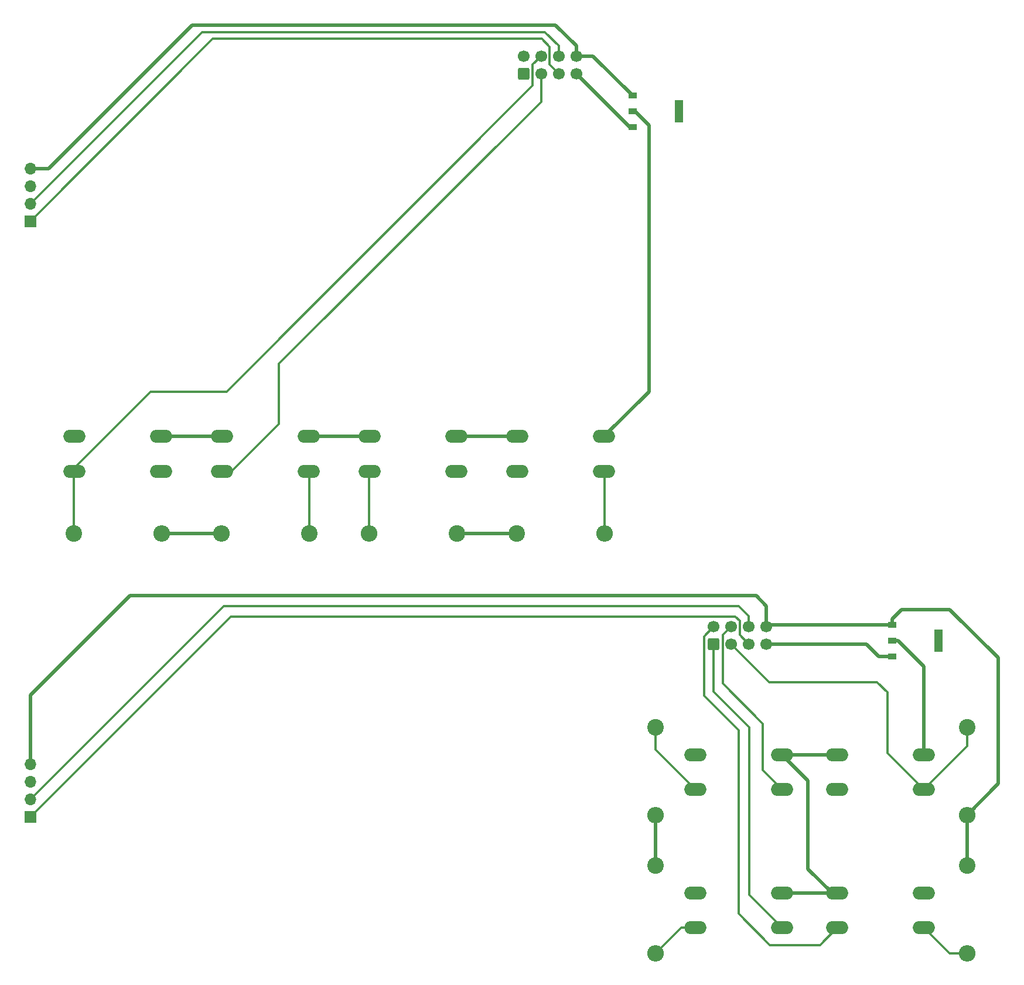
<source format=gbr>
%TF.GenerationSoftware,KiCad,Pcbnew,8.0.1*%
%TF.CreationDate,2024-04-25T15:56:31+03:00*%
%TF.ProjectId,Modul_Lcd_Butoane,4d6f6475-6c5f-44c6-9364-5f4275746f61,V1*%
%TF.SameCoordinates,Original*%
%TF.FileFunction,Copper,L1,Top*%
%TF.FilePolarity,Positive*%
%FSLAX46Y46*%
G04 Gerber Fmt 4.6, Leading zero omitted, Abs format (unit mm)*
G04 Created by KiCad (PCBNEW 8.0.1) date 2024-04-25 15:56:31*
%MOMM*%
%LPD*%
G01*
G04 APERTURE LIST*
G04 Aperture macros list*
%AMRoundRect*
0 Rectangle with rounded corners*
0 $1 Rounding radius*
0 $2 $3 $4 $5 $6 $7 $8 $9 X,Y pos of 4 corners*
0 Add a 4 corners polygon primitive as box body*
4,1,4,$2,$3,$4,$5,$6,$7,$8,$9,$2,$3,0*
0 Add four circle primitives for the rounded corners*
1,1,$1+$1,$2,$3*
1,1,$1+$1,$4,$5*
1,1,$1+$1,$6,$7*
1,1,$1+$1,$8,$9*
0 Add four rect primitives between the rounded corners*
20,1,$1+$1,$2,$3,$4,$5,0*
20,1,$1+$1,$4,$5,$6,$7,0*
20,1,$1+$1,$6,$7,$8,$9,0*
20,1,$1+$1,$8,$9,$2,$3,0*%
G04 Aperture macros list end*
%TA.AperFunction,ComponentPad*%
%ADD10O,3.200000X1.900000*%
%TD*%
%TA.AperFunction,ComponentPad*%
%ADD11C,2.400000*%
%TD*%
%TA.AperFunction,ComponentPad*%
%ADD12O,2.400000X2.400000*%
%TD*%
%TA.AperFunction,ComponentPad*%
%ADD13R,1.700000X1.700000*%
%TD*%
%TA.AperFunction,ComponentPad*%
%ADD14O,1.700000X1.700000*%
%TD*%
%TA.AperFunction,ComponentPad*%
%ADD15RoundRect,0.250000X0.600000X-0.600000X0.600000X0.600000X-0.600000X0.600000X-0.600000X-0.600000X0*%
%TD*%
%TA.AperFunction,ComponentPad*%
%ADD16C,1.700000*%
%TD*%
%TA.AperFunction,SMDPad,CuDef*%
%ADD17R,1.300000X0.950000*%
%TD*%
%TA.AperFunction,SMDPad,CuDef*%
%ADD18R,1.300000X3.250000*%
%TD*%
%TA.AperFunction,Conductor*%
%ADD19C,0.300000*%
%TD*%
%TA.AperFunction,Conductor*%
%ADD20C,0.500000*%
%TD*%
G04 APERTURE END LIST*
D10*
%TO.P,SW14,1,1*%
%TO.N,+3.3Vout*%
X33500000Y-103500000D03*
X46000000Y-103500000D03*
%TO.P,SW14,2,2*%
%TO.N,DECREMENT*%
X33500000Y-108500000D03*
X46000000Y-108500000D03*
%TD*%
%TO.P,SW13,1,1*%
%TO.N,+3.3Vout*%
X54833333Y-103500000D03*
X67333333Y-103500000D03*
%TO.P,SW13,2,2*%
%TO.N,INCREMENT*%
X54833333Y-108500000D03*
X67333333Y-108500000D03*
%TD*%
%TO.P,SW12,2,2*%
%TO.N,RIGHT*%
X110000000Y-108500000D03*
X97500000Y-108500000D03*
%TO.P,SW12,1,1*%
%TO.N,+3.3Vout*%
X110000000Y-103500000D03*
X97500000Y-103500000D03*
%TD*%
%TO.P,SW11,1,1*%
%TO.N,+3.3Vout*%
X76166666Y-103500000D03*
X88666666Y-103500000D03*
%TO.P,SW11,2,2*%
%TO.N,LEFT*%
X76166666Y-108500000D03*
X88666666Y-108500000D03*
%TD*%
D11*
%TO.P,R14,1*%
%TO.N,DECREMENT*%
X33400000Y-117500000D03*
D12*
%TO.P,R14,2*%
%TO.N,GND*%
X46100000Y-117500000D03*
%TD*%
%TO.P,R13,2*%
%TO.N,GND*%
X54733333Y-117500000D03*
D11*
%TO.P,R13,1*%
%TO.N,INCREMENT*%
X67433333Y-117500000D03*
%TD*%
D12*
%TO.P,R12,2*%
%TO.N,RIGHT*%
X110100000Y-117500000D03*
D11*
%TO.P,R12,1*%
%TO.N,GND*%
X97400000Y-117500000D03*
%TD*%
D12*
%TO.P,R11,2*%
%TO.N,LEFT*%
X76066666Y-117500000D03*
D11*
%TO.P,R11,1*%
%TO.N,GND*%
X88766666Y-117500000D03*
%TD*%
D13*
%TO.P,J12,1,Pin_1*%
%TO.N,SCL*%
X27100000Y-72350000D03*
D14*
%TO.P,J12,2,Pin_2*%
%TO.N,SDA*%
X27100000Y-69810000D03*
%TO.P,J12,3,Pin_3*%
%TO.N,+5V*%
X27100000Y-67270000D03*
%TO.P,J12,4,Pin_4*%
%TO.N,GND*%
X27100000Y-64730000D03*
%TD*%
D15*
%TO.P,J11,1,Pin_1*%
%TO.N,LEFT*%
X98380000Y-51040000D03*
D16*
%TO.P,J11,2,Pin_2*%
%TO.N,RIGHT*%
X98380000Y-48500000D03*
%TO.P,J11,3,Pin_3*%
%TO.N,INCREMENT*%
X100920000Y-51040000D03*
%TO.P,J11,4,Pin_4*%
%TO.N,DECREMENT*%
X100920000Y-48500000D03*
%TO.P,J11,5,Pin_5*%
%TO.N,SCL*%
X103460000Y-51040000D03*
%TO.P,J11,6,Pin_6*%
%TO.N,SDA*%
X103460000Y-48500000D03*
%TO.P,J11,7,Pin_7*%
%TO.N,+5V*%
X106000000Y-51040000D03*
%TO.P,J11,8,Pin_8*%
%TO.N,GND*%
X106000000Y-48500000D03*
%TD*%
D14*
%TO.P,J2,4,Pin_4*%
%TO.N,GND*%
X27100000Y-150880000D03*
%TO.P,J2,3,Pin_3*%
%TO.N,+5V*%
X27100000Y-153420000D03*
%TO.P,J2,2,Pin_2*%
%TO.N,SDA*%
X27100000Y-155960000D03*
D13*
%TO.P,J2,1,Pin_1*%
%TO.N,SCL*%
X27100000Y-158500000D03*
%TD*%
D17*
%TO.P,IC11,1,GROUND/ADJUST*%
%TO.N,GND*%
X114150000Y-54210000D03*
%TO.P,IC11,2,VOUT_1*%
%TO.N,+3.3Vout*%
X114150000Y-56500000D03*
%TO.P,IC11,3,VIN*%
%TO.N,+5V*%
X114150000Y-58790000D03*
D18*
%TO.P,IC11,4,VOUT_2*%
%TO.N,unconnected-(IC11-VOUT_2-Pad4)*%
X120850000Y-56500000D03*
%TD*%
D17*
%TO.P,IC1,1,GROUND/ADJUST*%
%TO.N,GND*%
X151650000Y-130710000D03*
%TO.P,IC1,2,VOUT_1*%
%TO.N,+3.3Vout*%
X151650000Y-133000000D03*
%TO.P,IC1,3,VIN*%
%TO.N,+5V*%
X151650000Y-135290000D03*
D18*
%TO.P,IC1,4,VOUT_2*%
%TO.N,unconnected-(IC1-VOUT_2-Pad4)*%
X158350000Y-133000000D03*
%TD*%
D10*
%TO.P,SW4,1,1*%
%TO.N,+3.3Vout*%
X123250000Y-149500000D03*
X135750000Y-149500000D03*
%TO.P,SW4,2,2*%
%TO.N,DECREMENT*%
X123250000Y-154500000D03*
X135750000Y-154500000D03*
%TD*%
%TO.P,SW3,1,1*%
%TO.N,+3.3Vout*%
X143750000Y-149500000D03*
X156250000Y-149500000D03*
%TO.P,SW3,2,2*%
%TO.N,INCREMENT*%
X143750000Y-154500000D03*
X156250000Y-154500000D03*
%TD*%
%TO.P,SW2,1,1*%
%TO.N,+3.3Vout*%
X143750000Y-169500000D03*
X156250000Y-169500000D03*
%TO.P,SW2,2,2*%
%TO.N,RIGHT*%
X143750000Y-174500000D03*
X156250000Y-174500000D03*
%TD*%
%TO.P,SW1,1,1*%
%TO.N,+3.3Vout*%
X123250000Y-169500000D03*
X135750000Y-169500000D03*
%TO.P,SW1,2,2*%
%TO.N,LEFT*%
X123250000Y-174500000D03*
X135750000Y-174500000D03*
%TD*%
D11*
%TO.P,R4,1*%
%TO.N,DECREMENT*%
X117500000Y-145500000D03*
D12*
%TO.P,R4,2*%
%TO.N,GND*%
X117500000Y-158200000D03*
%TD*%
D11*
%TO.P,R3,1*%
%TO.N,INCREMENT*%
X162500000Y-145500000D03*
D12*
%TO.P,R3,2*%
%TO.N,GND*%
X162500000Y-158200000D03*
%TD*%
D11*
%TO.P,R2,1*%
%TO.N,GND*%
X162500000Y-165500000D03*
D12*
%TO.P,R2,2*%
%TO.N,RIGHT*%
X162500000Y-178200000D03*
%TD*%
D11*
%TO.P,R1,1*%
%TO.N,GND*%
X117500000Y-165500000D03*
D12*
%TO.P,R1,2*%
%TO.N,LEFT*%
X117500000Y-178200000D03*
%TD*%
D15*
%TO.P,J1,1,Pin_1*%
%TO.N,LEFT*%
X125880000Y-133540000D03*
D16*
%TO.P,J1,2,Pin_2*%
%TO.N,RIGHT*%
X125880000Y-131000000D03*
%TO.P,J1,3,Pin_3*%
%TO.N,INCREMENT*%
X128420000Y-133540000D03*
%TO.P,J1,4,Pin_4*%
%TO.N,DECREMENT*%
X128420000Y-131000000D03*
%TO.P,J1,5,Pin_5*%
%TO.N,SCL*%
X130960000Y-133540000D03*
%TO.P,J1,6,Pin_6*%
%TO.N,SDA*%
X130960000Y-131000000D03*
%TO.P,J1,7,Pin_7*%
%TO.N,+5V*%
X133500000Y-133540000D03*
%TO.P,J1,8,Pin_8*%
%TO.N,GND*%
X133500000Y-131000000D03*
%TD*%
D19*
%TO.N,DECREMENT*%
X33500000Y-108000000D02*
X33500000Y-108500000D01*
X44500000Y-97000000D02*
X33500000Y-108000000D01*
X99720000Y-49700000D02*
X99720000Y-52780000D01*
X99720000Y-52780000D02*
X55500000Y-97000000D01*
X100920000Y-48500000D02*
X99720000Y-49700000D01*
X55500000Y-97000000D02*
X44500000Y-97000000D01*
%TO.N,INCREMENT*%
X63000000Y-101655145D02*
X56155145Y-108500000D01*
X63000000Y-93000000D02*
X63000000Y-101655145D01*
X100920000Y-55080000D02*
X63000000Y-93000000D01*
X56155145Y-108500000D02*
X54833333Y-108500000D01*
X100920000Y-51040000D02*
X100920000Y-55080000D01*
%TO.N,DECREMENT*%
X33400000Y-108600000D02*
X33500000Y-108500000D01*
X33400000Y-117500000D02*
X33400000Y-108600000D01*
%TO.N,INCREMENT*%
X67433333Y-108600000D02*
X67333333Y-108500000D01*
X67433333Y-117500000D02*
X67433333Y-108600000D01*
%TO.N,LEFT*%
X76066666Y-108600000D02*
X76166666Y-108500000D01*
X76066666Y-117500000D02*
X76066666Y-108600000D01*
%TO.N,RIGHT*%
X110100000Y-108600000D02*
X110000000Y-108500000D01*
X110100000Y-117500000D02*
X110100000Y-108600000D01*
D20*
%TO.N,GND*%
X88766666Y-117500000D02*
X97400000Y-117500000D01*
X46100000Y-117500000D02*
X54733333Y-117500000D01*
%TO.N,+3.3Vout*%
X46000000Y-103500000D02*
X54833333Y-103500000D01*
X76166666Y-103500000D02*
X67333333Y-103500000D01*
X97500000Y-103500000D02*
X88666666Y-103500000D01*
%TO.N,GND*%
X50500000Y-44000000D02*
X29770000Y-64730000D01*
X29770000Y-64730000D02*
X27100000Y-64730000D01*
X103000000Y-44000000D02*
X50500000Y-44000000D01*
X106000000Y-47000000D02*
X103000000Y-44000000D01*
X106000000Y-48500000D02*
X106000000Y-47000000D01*
D19*
%TO.N,SDA*%
X51910000Y-45000000D02*
X27100000Y-69810000D01*
X101500000Y-45000000D02*
X51910000Y-45000000D01*
X103500000Y-47000000D02*
X101500000Y-45000000D01*
X103460000Y-47040000D02*
X103500000Y-47000000D01*
X103460000Y-48500000D02*
X103460000Y-47040000D01*
%TO.N,SCL*%
X53450000Y-46000000D02*
X27100000Y-72350000D01*
X101000000Y-46000000D02*
X53450000Y-46000000D01*
X102120000Y-47120000D02*
X101000000Y-46000000D01*
X102120000Y-49700000D02*
X102120000Y-47120000D01*
X103460000Y-51040000D02*
X102120000Y-49700000D01*
D20*
%TO.N,+3.3Vout*%
X114500000Y-56500000D02*
X116500000Y-58500000D01*
X114150000Y-56500000D02*
X114500000Y-56500000D01*
X116500000Y-97000000D02*
X116500000Y-58500000D01*
X110000000Y-103500000D02*
X116500000Y-97000000D01*
%TO.N,+5V*%
X113750000Y-58790000D02*
X106000000Y-51040000D01*
X114150000Y-58790000D02*
X113750000Y-58790000D01*
%TO.N,GND*%
X106000000Y-48500000D02*
X108440000Y-48500000D01*
X108440000Y-48500000D02*
X114150000Y-54210000D01*
D19*
%TO.N,SDA*%
X129500000Y-128000000D02*
X55060000Y-128000000D01*
X130960000Y-129460000D02*
X129500000Y-128000000D01*
X130960000Y-131000000D02*
X130960000Y-129460000D01*
X55060000Y-128000000D02*
X27100000Y-155960000D01*
%TO.N,SCL*%
X56100000Y-129500000D02*
X27100000Y-158500000D01*
X129000000Y-129500000D02*
X56100000Y-129500000D01*
X129620000Y-130120000D02*
X129000000Y-129500000D01*
X130960000Y-133540000D02*
X129620000Y-132200000D01*
X129620000Y-132200000D02*
X129620000Y-130120000D01*
D20*
%TO.N,GND*%
X41500000Y-126500000D02*
X27100000Y-140900000D01*
X27100000Y-140900000D02*
X27100000Y-142100000D01*
X132000000Y-126500000D02*
X41500000Y-126500000D01*
X133500000Y-128000000D02*
X132000000Y-126500000D01*
X133500000Y-131000000D02*
X133500000Y-128000000D01*
X27100000Y-142100000D02*
X27100000Y-150880000D01*
D19*
%TO.N,DECREMENT*%
X117500000Y-148750000D02*
X117500000Y-145500000D01*
X123250000Y-154500000D02*
X117500000Y-148750000D01*
%TO.N,LEFT*%
X123250000Y-174500000D02*
X121200000Y-174500000D01*
X121200000Y-174500000D02*
X117500000Y-178200000D01*
%TO.N,RIGHT*%
X124500000Y-141000000D02*
X124500000Y-132380000D01*
X129500000Y-172500000D02*
X129500000Y-146000000D01*
X134000000Y-177000000D02*
X129500000Y-172500000D01*
X129500000Y-146000000D02*
X124500000Y-141000000D01*
X141250000Y-177000000D02*
X134000000Y-177000000D01*
X124500000Y-132380000D02*
X125880000Y-131000000D01*
X143750000Y-174500000D02*
X141250000Y-177000000D01*
%TO.N,LEFT*%
X131000000Y-169750000D02*
X135750000Y-174500000D01*
X131000000Y-145500000D02*
X131000000Y-169750000D01*
X125880000Y-140380000D02*
X131000000Y-145500000D01*
X125880000Y-133540000D02*
X125880000Y-140380000D01*
D20*
%TO.N,GND*%
X117500000Y-165500000D02*
X117500000Y-158200000D01*
D19*
%TO.N,RIGHT*%
X159950000Y-178200000D02*
X156250000Y-174500000D01*
X162500000Y-178200000D02*
X159950000Y-178200000D01*
D20*
%TO.N,GND*%
X162500000Y-165500000D02*
X162500000Y-158200000D01*
D19*
%TO.N,DECREMENT*%
X133000000Y-151750000D02*
X135750000Y-154500000D01*
X133000000Y-145000000D02*
X133000000Y-151750000D01*
X127220000Y-139220000D02*
X133000000Y-145000000D01*
X127220000Y-132200000D02*
X127220000Y-139220000D01*
X128420000Y-131000000D02*
X127220000Y-132200000D01*
D20*
%TO.N,+3.3Vout*%
X143750000Y-169500000D02*
X135750000Y-169500000D01*
X143000000Y-169500000D02*
X143750000Y-169500000D01*
X139500000Y-166000000D02*
X143000000Y-169500000D01*
X139500000Y-153250000D02*
X139500000Y-166000000D01*
X135750000Y-149500000D02*
X139500000Y-153250000D01*
D19*
%TO.N,INCREMENT*%
X149500000Y-139000000D02*
X151000000Y-140500000D01*
X151000000Y-149250000D02*
X156250000Y-154500000D01*
X133880000Y-139000000D02*
X149500000Y-139000000D01*
X151000000Y-140500000D02*
X151000000Y-149250000D01*
X128420000Y-133540000D02*
X133880000Y-139000000D01*
X162500000Y-148250000D02*
X162500000Y-145500000D01*
X156250000Y-154500000D02*
X162500000Y-148250000D01*
D20*
%TO.N,+3.3Vout*%
X143750000Y-149500000D02*
X135750000Y-149500000D01*
%TO.N,+5V*%
X149710000Y-135290000D02*
X151650000Y-135290000D01*
X147960000Y-133540000D02*
X149710000Y-135290000D01*
X133500000Y-133540000D02*
X147960000Y-133540000D01*
%TO.N,+3.3Vout*%
X152500000Y-133000000D02*
X156250000Y-136750000D01*
X151650000Y-133000000D02*
X152500000Y-133000000D01*
X156250000Y-136750000D02*
X156250000Y-149500000D01*
%TO.N,GND*%
X153000000Y-128500000D02*
X151650000Y-129850000D01*
X160000000Y-128500000D02*
X153000000Y-128500000D01*
X167000000Y-153700000D02*
X167000000Y-135500000D01*
X167000000Y-135500000D02*
X160000000Y-128500000D01*
X162500000Y-158200000D02*
X167000000Y-153700000D01*
X151650000Y-129850000D02*
X151650000Y-130710000D01*
X133790000Y-130710000D02*
X133500000Y-131000000D01*
X151650000Y-130710000D02*
X133790000Y-130710000D01*
%TD*%
M02*

</source>
